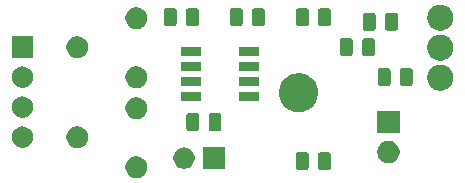
<source format=gbr>
G04 #@! TF.GenerationSoftware,KiCad,Pcbnew,5.1.5-52549c5~86~ubuntu16.04.1*
G04 #@! TF.CreationDate,2020-11-24T12:51:21+05:30*
G04 #@! TF.ProjectId,IR_Sensor_Module_555_V1.0,49525f53-656e-4736-9f72-5f4d6f64756c,V1.0*
G04 #@! TF.SameCoordinates,Original*
G04 #@! TF.FileFunction,Soldermask,Top*
G04 #@! TF.FilePolarity,Negative*
%FSLAX46Y46*%
G04 Gerber Fmt 4.6, Leading zero omitted, Abs format (unit mm)*
G04 Created by KiCad (PCBNEW 5.1.5-52549c5~86~ubuntu16.04.1) date 2020-11-24 12:51:21*
%MOMM*%
%LPD*%
G04 APERTURE LIST*
%ADD10C,0.100000*%
G04 APERTURE END LIST*
D10*
G36*
X112030104Y-113409585D02*
G01*
X112198626Y-113479389D01*
X112350291Y-113580728D01*
X112479272Y-113709709D01*
X112580611Y-113861374D01*
X112650415Y-114029896D01*
X112686000Y-114208797D01*
X112686000Y-114391203D01*
X112650415Y-114570104D01*
X112580611Y-114738626D01*
X112479272Y-114890291D01*
X112350291Y-115019272D01*
X112198626Y-115120611D01*
X112030104Y-115190415D01*
X111851203Y-115226000D01*
X111668797Y-115226000D01*
X111489896Y-115190415D01*
X111321374Y-115120611D01*
X111169709Y-115019272D01*
X111040728Y-114890291D01*
X110939389Y-114738626D01*
X110869585Y-114570104D01*
X110834000Y-114391203D01*
X110834000Y-114208797D01*
X110869585Y-114029896D01*
X110939389Y-113861374D01*
X111040728Y-113709709D01*
X111169709Y-113580728D01*
X111321374Y-113479389D01*
X111489896Y-113409585D01*
X111668797Y-113374000D01*
X111851203Y-113374000D01*
X112030104Y-113409585D01*
G37*
G36*
X128055468Y-113045565D02*
G01*
X128094138Y-113057296D01*
X128129777Y-113076346D01*
X128161017Y-113101983D01*
X128186654Y-113133223D01*
X128205704Y-113168862D01*
X128217435Y-113207532D01*
X128222000Y-113253888D01*
X128222000Y-114330112D01*
X128217435Y-114376468D01*
X128205704Y-114415138D01*
X128186654Y-114450777D01*
X128161017Y-114482017D01*
X128129777Y-114507654D01*
X128094138Y-114526704D01*
X128055468Y-114538435D01*
X128009112Y-114543000D01*
X127357888Y-114543000D01*
X127311532Y-114538435D01*
X127272862Y-114526704D01*
X127237223Y-114507654D01*
X127205983Y-114482017D01*
X127180346Y-114450777D01*
X127161296Y-114415138D01*
X127149565Y-114376468D01*
X127145000Y-114330112D01*
X127145000Y-113253888D01*
X127149565Y-113207532D01*
X127161296Y-113168862D01*
X127180346Y-113133223D01*
X127205983Y-113101983D01*
X127237223Y-113076346D01*
X127272862Y-113057296D01*
X127311532Y-113045565D01*
X127357888Y-113041000D01*
X128009112Y-113041000D01*
X128055468Y-113045565D01*
G37*
G36*
X126180468Y-113045565D02*
G01*
X126219138Y-113057296D01*
X126254777Y-113076346D01*
X126286017Y-113101983D01*
X126311654Y-113133223D01*
X126330704Y-113168862D01*
X126342435Y-113207532D01*
X126347000Y-113253888D01*
X126347000Y-114330112D01*
X126342435Y-114376468D01*
X126330704Y-114415138D01*
X126311654Y-114450777D01*
X126286017Y-114482017D01*
X126254777Y-114507654D01*
X126219138Y-114526704D01*
X126180468Y-114538435D01*
X126134112Y-114543000D01*
X125482888Y-114543000D01*
X125436532Y-114538435D01*
X125397862Y-114526704D01*
X125362223Y-114507654D01*
X125330983Y-114482017D01*
X125305346Y-114450777D01*
X125286296Y-114415138D01*
X125274565Y-114376468D01*
X125270000Y-114330112D01*
X125270000Y-113253888D01*
X125274565Y-113207532D01*
X125286296Y-113168862D01*
X125305346Y-113133223D01*
X125330983Y-113101983D01*
X125362223Y-113076346D01*
X125397862Y-113057296D01*
X125436532Y-113045565D01*
X125482888Y-113041000D01*
X126134112Y-113041000D01*
X126180468Y-113045565D01*
G37*
G36*
X115910103Y-112641927D02*
G01*
X116059403Y-112671624D01*
X116223375Y-112739544D01*
X116370945Y-112838147D01*
X116496444Y-112963646D01*
X116595047Y-113111216D01*
X116662967Y-113275188D01*
X116697591Y-113449259D01*
X116697591Y-113626741D01*
X116662967Y-113800812D01*
X116595047Y-113964784D01*
X116496444Y-114112354D01*
X116370945Y-114237853D01*
X116223375Y-114336456D01*
X116059403Y-114404376D01*
X115910103Y-114434073D01*
X115885333Y-114439000D01*
X115707849Y-114439000D01*
X115683079Y-114434073D01*
X115533779Y-114404376D01*
X115369807Y-114336456D01*
X115222237Y-114237853D01*
X115096738Y-114112354D01*
X114998135Y-113964784D01*
X114930215Y-113800812D01*
X114895591Y-113626741D01*
X114895591Y-113449259D01*
X114930215Y-113275188D01*
X114998135Y-113111216D01*
X115096738Y-112963646D01*
X115222237Y-112838147D01*
X115369807Y-112739544D01*
X115533779Y-112671624D01*
X115683079Y-112641927D01*
X115707849Y-112637000D01*
X115885333Y-112637000D01*
X115910103Y-112641927D01*
G37*
G36*
X119237591Y-114439000D02*
G01*
X117435591Y-114439000D01*
X117435591Y-112637000D01*
X119237591Y-112637000D01*
X119237591Y-114439000D01*
G37*
G36*
X133373395Y-112115546D02*
G01*
X133546466Y-112187234D01*
X133563515Y-112198626D01*
X133702227Y-112291310D01*
X133834690Y-112423773D01*
X133834691Y-112423775D01*
X133938766Y-112579534D01*
X134010454Y-112752605D01*
X134047000Y-112936333D01*
X134047000Y-113123667D01*
X134010454Y-113307395D01*
X133938766Y-113480466D01*
X133938765Y-113480467D01*
X133834690Y-113636227D01*
X133702227Y-113768690D01*
X133654154Y-113800811D01*
X133546466Y-113872766D01*
X133373395Y-113944454D01*
X133189667Y-113981000D01*
X133002333Y-113981000D01*
X132818605Y-113944454D01*
X132645534Y-113872766D01*
X132537846Y-113800811D01*
X132489773Y-113768690D01*
X132357310Y-113636227D01*
X132253235Y-113480467D01*
X132253234Y-113480466D01*
X132181546Y-113307395D01*
X132145000Y-113123667D01*
X132145000Y-112936333D01*
X132181546Y-112752605D01*
X132253234Y-112579534D01*
X132357309Y-112423775D01*
X132357310Y-112423773D01*
X132489773Y-112291310D01*
X132628485Y-112198626D01*
X132645534Y-112187234D01*
X132818605Y-112115546D01*
X133002333Y-112079000D01*
X133189667Y-112079000D01*
X133373395Y-112115546D01*
G37*
G36*
X107030104Y-110869585D02*
G01*
X107198626Y-110939389D01*
X107350291Y-111040728D01*
X107479272Y-111169709D01*
X107580611Y-111321374D01*
X107650415Y-111489896D01*
X107686000Y-111668797D01*
X107686000Y-111851203D01*
X107650415Y-112030104D01*
X107580611Y-112198626D01*
X107479272Y-112350291D01*
X107350291Y-112479272D01*
X107198626Y-112580611D01*
X107030104Y-112650415D01*
X106851203Y-112686000D01*
X106668797Y-112686000D01*
X106489896Y-112650415D01*
X106321374Y-112580611D01*
X106169709Y-112479272D01*
X106040728Y-112350291D01*
X105939389Y-112198626D01*
X105869585Y-112030104D01*
X105834000Y-111851203D01*
X105834000Y-111668797D01*
X105869585Y-111489896D01*
X105939389Y-111321374D01*
X106040728Y-111169709D01*
X106169709Y-111040728D01*
X106321374Y-110939389D01*
X106489896Y-110869585D01*
X106668797Y-110834000D01*
X106851203Y-110834000D01*
X107030104Y-110869585D01*
G37*
G36*
X102221512Y-110863927D02*
G01*
X102370812Y-110893624D01*
X102534784Y-110961544D01*
X102682354Y-111060147D01*
X102807853Y-111185646D01*
X102906456Y-111333216D01*
X102974376Y-111497188D01*
X103009000Y-111671259D01*
X103009000Y-111848741D01*
X102974376Y-112022812D01*
X102906456Y-112186784D01*
X102807853Y-112334354D01*
X102682354Y-112459853D01*
X102534784Y-112558456D01*
X102370812Y-112626376D01*
X102221512Y-112656073D01*
X102196742Y-112661000D01*
X102019258Y-112661000D01*
X101994488Y-112656073D01*
X101845188Y-112626376D01*
X101681216Y-112558456D01*
X101533646Y-112459853D01*
X101408147Y-112334354D01*
X101309544Y-112186784D01*
X101241624Y-112022812D01*
X101207000Y-111848741D01*
X101207000Y-111671259D01*
X101241624Y-111497188D01*
X101309544Y-111333216D01*
X101408147Y-111185646D01*
X101533646Y-111060147D01*
X101681216Y-110961544D01*
X101845188Y-110893624D01*
X101994488Y-110863927D01*
X102019258Y-110859000D01*
X102196742Y-110859000D01*
X102221512Y-110863927D01*
G37*
G36*
X134047000Y-111441000D02*
G01*
X132145000Y-111441000D01*
X132145000Y-109539000D01*
X134047000Y-109539000D01*
X134047000Y-111441000D01*
G37*
G36*
X116915203Y-109743565D02*
G01*
X116953873Y-109755296D01*
X116989512Y-109774346D01*
X117020752Y-109799983D01*
X117046389Y-109831223D01*
X117065439Y-109866862D01*
X117077170Y-109905532D01*
X117081735Y-109951888D01*
X117081735Y-111028112D01*
X117077170Y-111074468D01*
X117065439Y-111113138D01*
X117046389Y-111148777D01*
X117020752Y-111180017D01*
X116989512Y-111205654D01*
X116953873Y-111224704D01*
X116915203Y-111236435D01*
X116868847Y-111241000D01*
X116217623Y-111241000D01*
X116171267Y-111236435D01*
X116132597Y-111224704D01*
X116096958Y-111205654D01*
X116065718Y-111180017D01*
X116040081Y-111148777D01*
X116021031Y-111113138D01*
X116009300Y-111074468D01*
X116004735Y-111028112D01*
X116004735Y-109951888D01*
X116009300Y-109905532D01*
X116021031Y-109866862D01*
X116040081Y-109831223D01*
X116065718Y-109799983D01*
X116096958Y-109774346D01*
X116132597Y-109755296D01*
X116171267Y-109743565D01*
X116217623Y-109739000D01*
X116868847Y-109739000D01*
X116915203Y-109743565D01*
G37*
G36*
X118790203Y-109743565D02*
G01*
X118828873Y-109755296D01*
X118864512Y-109774346D01*
X118895752Y-109799983D01*
X118921389Y-109831223D01*
X118940439Y-109866862D01*
X118952170Y-109905532D01*
X118956735Y-109951888D01*
X118956735Y-111028112D01*
X118952170Y-111074468D01*
X118940439Y-111113138D01*
X118921389Y-111148777D01*
X118895752Y-111180017D01*
X118864512Y-111205654D01*
X118828873Y-111224704D01*
X118790203Y-111236435D01*
X118743847Y-111241000D01*
X118092623Y-111241000D01*
X118046267Y-111236435D01*
X118007597Y-111224704D01*
X117971958Y-111205654D01*
X117940718Y-111180017D01*
X117915081Y-111148777D01*
X117896031Y-111113138D01*
X117884300Y-111074468D01*
X117879735Y-111028112D01*
X117879735Y-109951888D01*
X117884300Y-109905532D01*
X117896031Y-109866862D01*
X117915081Y-109831223D01*
X117940718Y-109799983D01*
X117971958Y-109774346D01*
X118007597Y-109755296D01*
X118046267Y-109743565D01*
X118092623Y-109739000D01*
X118743847Y-109739000D01*
X118790203Y-109743565D01*
G37*
G36*
X112030104Y-108409585D02*
G01*
X112198626Y-108479389D01*
X112350291Y-108580728D01*
X112479272Y-108709709D01*
X112580611Y-108861374D01*
X112650415Y-109029896D01*
X112686000Y-109208797D01*
X112686000Y-109391203D01*
X112650415Y-109570104D01*
X112580611Y-109738626D01*
X112479272Y-109890291D01*
X112350291Y-110019272D01*
X112198626Y-110120611D01*
X112030104Y-110190415D01*
X111851203Y-110226000D01*
X111668797Y-110226000D01*
X111489896Y-110190415D01*
X111321374Y-110120611D01*
X111169709Y-110019272D01*
X111040728Y-109890291D01*
X110939389Y-109738626D01*
X110869585Y-109570104D01*
X110834000Y-109391203D01*
X110834000Y-109208797D01*
X110869585Y-109029896D01*
X110939389Y-108861374D01*
X111040728Y-108709709D01*
X111169709Y-108580728D01*
X111321374Y-108479389D01*
X111489896Y-108409585D01*
X111668797Y-108374000D01*
X111851203Y-108374000D01*
X112030104Y-108409585D01*
G37*
G36*
X102221512Y-108323927D02*
G01*
X102370812Y-108353624D01*
X102534784Y-108421544D01*
X102682354Y-108520147D01*
X102807853Y-108645646D01*
X102906456Y-108793216D01*
X102974376Y-108957188D01*
X103009000Y-109131259D01*
X103009000Y-109308741D01*
X102974376Y-109482812D01*
X102906456Y-109646784D01*
X102807853Y-109794354D01*
X102682354Y-109919853D01*
X102534784Y-110018456D01*
X102370812Y-110086376D01*
X102221512Y-110116073D01*
X102196742Y-110121000D01*
X102019258Y-110121000D01*
X101994488Y-110116073D01*
X101845188Y-110086376D01*
X101681216Y-110018456D01*
X101533646Y-109919853D01*
X101408147Y-109794354D01*
X101309544Y-109646784D01*
X101241624Y-109482812D01*
X101207000Y-109308741D01*
X101207000Y-109131259D01*
X101241624Y-108957188D01*
X101309544Y-108793216D01*
X101408147Y-108645646D01*
X101533646Y-108520147D01*
X101681216Y-108421544D01*
X101845188Y-108353624D01*
X101994488Y-108323927D01*
X102019258Y-108319000D01*
X102196742Y-108319000D01*
X102221512Y-108323927D01*
G37*
G36*
X125875256Y-106391298D02*
G01*
X125981579Y-106412447D01*
X126282042Y-106536903D01*
X126552451Y-106717585D01*
X126782415Y-106947549D01*
X126963097Y-107217958D01*
X127087553Y-107518421D01*
X127108702Y-107624744D01*
X127147741Y-107821003D01*
X127151000Y-107837391D01*
X127151000Y-108162609D01*
X127087553Y-108481579D01*
X126963097Y-108782042D01*
X126782415Y-109052451D01*
X126552451Y-109282415D01*
X126282042Y-109463097D01*
X125981579Y-109587553D01*
X125875256Y-109608702D01*
X125662611Y-109651000D01*
X125337389Y-109651000D01*
X125124744Y-109608702D01*
X125018421Y-109587553D01*
X124717958Y-109463097D01*
X124447549Y-109282415D01*
X124217585Y-109052451D01*
X124036903Y-108782042D01*
X123912447Y-108481579D01*
X123849000Y-108162609D01*
X123849000Y-107837391D01*
X123852260Y-107821003D01*
X123891298Y-107624744D01*
X123912447Y-107518421D01*
X124036903Y-107217958D01*
X124217585Y-106947549D01*
X124447549Y-106717585D01*
X124717958Y-106536903D01*
X125018421Y-106412447D01*
X125124744Y-106391298D01*
X125337389Y-106349000D01*
X125662611Y-106349000D01*
X125875256Y-106391298D01*
G37*
G36*
X122188000Y-108732000D02*
G01*
X120486000Y-108732000D01*
X120486000Y-107930000D01*
X122188000Y-107930000D01*
X122188000Y-108732000D01*
G37*
G36*
X117258000Y-108732000D02*
G01*
X115556000Y-108732000D01*
X115556000Y-107930000D01*
X117258000Y-107930000D01*
X117258000Y-108732000D01*
G37*
G36*
X137714201Y-105640159D02*
G01*
X137820556Y-105661314D01*
X138020926Y-105744310D01*
X138201250Y-105864798D01*
X138354611Y-106018159D01*
X138475099Y-106198483D01*
X138475099Y-106198484D01*
X138558095Y-106398853D01*
X138560292Y-106409897D01*
X138595878Y-106588797D01*
X138600406Y-106611564D01*
X138600406Y-106828442D01*
X138558095Y-107041153D01*
X138526005Y-107118625D01*
X138475099Y-107241523D01*
X138354611Y-107421847D01*
X138201250Y-107575208D01*
X138020926Y-107695696D01*
X137820556Y-107778692D01*
X137714201Y-107799847D01*
X137607846Y-107821003D01*
X137390966Y-107821003D01*
X137284611Y-107799847D01*
X137178256Y-107778692D01*
X137078072Y-107737194D01*
X136977886Y-107695696D01*
X136797562Y-107575208D01*
X136644201Y-107421847D01*
X136523713Y-107241523D01*
X136472807Y-107118625D01*
X136440717Y-107041153D01*
X136398406Y-106828442D01*
X136398406Y-106611564D01*
X136402935Y-106588797D01*
X136438520Y-106409897D01*
X136440717Y-106398853D01*
X136523713Y-106198484D01*
X136523713Y-106198483D01*
X136644201Y-106018159D01*
X136797562Y-105864798D01*
X136977886Y-105744310D01*
X137078072Y-105702812D01*
X137178256Y-105661314D01*
X137284612Y-105640158D01*
X137390966Y-105619003D01*
X137607846Y-105619003D01*
X137714201Y-105640159D01*
G37*
G36*
X112030104Y-105789585D02*
G01*
X112198626Y-105859389D01*
X112350291Y-105960728D01*
X112479272Y-106089709D01*
X112580611Y-106241374D01*
X112650415Y-106409896D01*
X112686000Y-106588797D01*
X112686000Y-106771203D01*
X112650415Y-106950104D01*
X112580611Y-107118626D01*
X112479272Y-107270291D01*
X112350291Y-107399272D01*
X112198626Y-107500611D01*
X112030104Y-107570415D01*
X111851203Y-107606000D01*
X111668797Y-107606000D01*
X111489896Y-107570415D01*
X111321374Y-107500611D01*
X111169709Y-107399272D01*
X111040728Y-107270291D01*
X110939389Y-107118626D01*
X110869585Y-106950104D01*
X110834000Y-106771203D01*
X110834000Y-106588797D01*
X110869585Y-106409896D01*
X110939389Y-106241374D01*
X111040728Y-106089709D01*
X111169709Y-105960728D01*
X111321374Y-105859389D01*
X111489896Y-105789585D01*
X111668797Y-105754000D01*
X111851203Y-105754000D01*
X112030104Y-105789585D01*
G37*
G36*
X102221512Y-105783927D02*
G01*
X102370812Y-105813624D01*
X102534784Y-105881544D01*
X102682354Y-105980147D01*
X102807853Y-106105646D01*
X102906456Y-106253216D01*
X102974376Y-106417188D01*
X103009000Y-106591259D01*
X103009000Y-106768741D01*
X102974376Y-106942812D01*
X102906456Y-107106784D01*
X102807853Y-107254354D01*
X102682354Y-107379853D01*
X102534784Y-107478456D01*
X102370812Y-107546376D01*
X102225875Y-107575205D01*
X102196742Y-107581000D01*
X102019258Y-107581000D01*
X101990125Y-107575205D01*
X101845188Y-107546376D01*
X101681216Y-107478456D01*
X101533646Y-107379853D01*
X101408147Y-107254354D01*
X101309544Y-107106784D01*
X101241624Y-106942812D01*
X101207000Y-106768741D01*
X101207000Y-106591259D01*
X101241624Y-106417188D01*
X101309544Y-106253216D01*
X101408147Y-106105646D01*
X101533646Y-105980147D01*
X101681216Y-105881544D01*
X101845188Y-105813624D01*
X101994488Y-105783927D01*
X102019258Y-105779000D01*
X102196742Y-105779000D01*
X102221512Y-105783927D01*
G37*
G36*
X122188000Y-107462000D02*
G01*
X120486000Y-107462000D01*
X120486000Y-106660000D01*
X122188000Y-106660000D01*
X122188000Y-107462000D01*
G37*
G36*
X117258000Y-107462000D02*
G01*
X115556000Y-107462000D01*
X115556000Y-106660000D01*
X117258000Y-106660000D01*
X117258000Y-107462000D01*
G37*
G36*
X134991968Y-105933565D02*
G01*
X135030638Y-105945296D01*
X135066277Y-105964346D01*
X135097517Y-105989983D01*
X135123154Y-106021223D01*
X135142204Y-106056862D01*
X135153935Y-106095532D01*
X135158500Y-106141888D01*
X135158500Y-107218112D01*
X135153935Y-107264468D01*
X135142204Y-107303138D01*
X135123154Y-107338777D01*
X135097517Y-107370017D01*
X135066277Y-107395654D01*
X135030638Y-107414704D01*
X134991968Y-107426435D01*
X134945612Y-107431000D01*
X134294388Y-107431000D01*
X134248032Y-107426435D01*
X134209362Y-107414704D01*
X134173723Y-107395654D01*
X134142483Y-107370017D01*
X134116846Y-107338777D01*
X134097796Y-107303138D01*
X134086065Y-107264468D01*
X134081500Y-107218112D01*
X134081500Y-106141888D01*
X134086065Y-106095532D01*
X134097796Y-106056862D01*
X134116846Y-106021223D01*
X134142483Y-105989983D01*
X134173723Y-105964346D01*
X134209362Y-105945296D01*
X134248032Y-105933565D01*
X134294388Y-105929000D01*
X134945612Y-105929000D01*
X134991968Y-105933565D01*
G37*
G36*
X133116968Y-105933565D02*
G01*
X133155638Y-105945296D01*
X133191277Y-105964346D01*
X133222517Y-105989983D01*
X133248154Y-106021223D01*
X133267204Y-106056862D01*
X133278935Y-106095532D01*
X133283500Y-106141888D01*
X133283500Y-107218112D01*
X133278935Y-107264468D01*
X133267204Y-107303138D01*
X133248154Y-107338777D01*
X133222517Y-107370017D01*
X133191277Y-107395654D01*
X133155638Y-107414704D01*
X133116968Y-107426435D01*
X133070612Y-107431000D01*
X132419388Y-107431000D01*
X132373032Y-107426435D01*
X132334362Y-107414704D01*
X132298723Y-107395654D01*
X132267483Y-107370017D01*
X132241846Y-107338777D01*
X132222796Y-107303138D01*
X132211065Y-107264468D01*
X132206500Y-107218112D01*
X132206500Y-106141888D01*
X132211065Y-106095532D01*
X132222796Y-106056862D01*
X132241846Y-106021223D01*
X132267483Y-105989983D01*
X132298723Y-105964346D01*
X132334362Y-105945296D01*
X132373032Y-105933565D01*
X132419388Y-105929000D01*
X133070612Y-105929000D01*
X133116968Y-105933565D01*
G37*
G36*
X117258000Y-106192000D02*
G01*
X115556000Y-106192000D01*
X115556000Y-105390000D01*
X117258000Y-105390000D01*
X117258000Y-106192000D01*
G37*
G36*
X122188000Y-106192000D02*
G01*
X120486000Y-106192000D01*
X120486000Y-105390000D01*
X122188000Y-105390000D01*
X122188000Y-106192000D01*
G37*
G36*
X137714200Y-103100158D02*
G01*
X137820556Y-103121314D01*
X138020926Y-103204310D01*
X138201250Y-103324798D01*
X138354611Y-103478159D01*
X138475099Y-103658483D01*
X138475099Y-103658484D01*
X138558095Y-103858853D01*
X138560292Y-103869897D01*
X138600406Y-104071563D01*
X138600406Y-104288443D01*
X138558095Y-104501152D01*
X138475099Y-104701523D01*
X138354611Y-104881847D01*
X138201250Y-105035208D01*
X138020926Y-105155696D01*
X137820556Y-105238692D01*
X137714200Y-105259848D01*
X137607846Y-105281003D01*
X137390966Y-105281003D01*
X137284612Y-105259848D01*
X137178256Y-105238692D01*
X136977886Y-105155696D01*
X136797562Y-105035208D01*
X136644201Y-104881847D01*
X136523713Y-104701523D01*
X136440717Y-104501152D01*
X136398406Y-104288443D01*
X136398406Y-104071563D01*
X136438520Y-103869897D01*
X136440717Y-103858853D01*
X136523713Y-103658484D01*
X136523713Y-103658483D01*
X136644201Y-103478159D01*
X136797562Y-103324798D01*
X136977886Y-103204310D01*
X137078072Y-103162812D01*
X137178256Y-103121314D01*
X137284611Y-103100159D01*
X137390966Y-103079003D01*
X137607846Y-103079003D01*
X137714200Y-103100158D01*
G37*
G36*
X107030104Y-103249585D02*
G01*
X107198626Y-103319389D01*
X107350291Y-103420728D01*
X107479272Y-103549709D01*
X107580611Y-103701374D01*
X107650415Y-103869896D01*
X107686000Y-104048797D01*
X107686000Y-104231203D01*
X107650415Y-104410104D01*
X107580611Y-104578626D01*
X107479272Y-104730291D01*
X107350291Y-104859272D01*
X107198626Y-104960611D01*
X107030104Y-105030415D01*
X106851203Y-105066000D01*
X106668797Y-105066000D01*
X106489896Y-105030415D01*
X106321374Y-104960611D01*
X106169709Y-104859272D01*
X106040728Y-104730291D01*
X105939389Y-104578626D01*
X105869585Y-104410104D01*
X105834000Y-104231203D01*
X105834000Y-104048797D01*
X105869585Y-103869896D01*
X105939389Y-103701374D01*
X106040728Y-103549709D01*
X106169709Y-103420728D01*
X106321374Y-103319389D01*
X106489896Y-103249585D01*
X106668797Y-103214000D01*
X106851203Y-103214000D01*
X107030104Y-103249585D01*
G37*
G36*
X103009000Y-105041000D02*
G01*
X101207000Y-105041000D01*
X101207000Y-103239000D01*
X103009000Y-103239000D01*
X103009000Y-105041000D01*
G37*
G36*
X122188000Y-104922000D02*
G01*
X120486000Y-104922000D01*
X120486000Y-104120000D01*
X122188000Y-104120000D01*
X122188000Y-104922000D01*
G37*
G36*
X117258000Y-104922000D02*
G01*
X115556000Y-104922000D01*
X115556000Y-104120000D01*
X117258000Y-104120000D01*
X117258000Y-104922000D01*
G37*
G36*
X131786968Y-103393565D02*
G01*
X131825638Y-103405296D01*
X131861277Y-103424346D01*
X131892517Y-103449983D01*
X131918154Y-103481223D01*
X131937204Y-103516862D01*
X131948935Y-103555532D01*
X131953500Y-103601888D01*
X131953500Y-104678112D01*
X131948935Y-104724468D01*
X131937204Y-104763138D01*
X131918154Y-104798777D01*
X131892517Y-104830017D01*
X131861277Y-104855654D01*
X131825638Y-104874704D01*
X131786968Y-104886435D01*
X131740612Y-104891000D01*
X131089388Y-104891000D01*
X131043032Y-104886435D01*
X131004362Y-104874704D01*
X130968723Y-104855654D01*
X130937483Y-104830017D01*
X130911846Y-104798777D01*
X130892796Y-104763138D01*
X130881065Y-104724468D01*
X130876500Y-104678112D01*
X130876500Y-103601888D01*
X130881065Y-103555532D01*
X130892796Y-103516862D01*
X130911846Y-103481223D01*
X130937483Y-103449983D01*
X130968723Y-103424346D01*
X131004362Y-103405296D01*
X131043032Y-103393565D01*
X131089388Y-103389000D01*
X131740612Y-103389000D01*
X131786968Y-103393565D01*
G37*
G36*
X129911968Y-103393565D02*
G01*
X129950638Y-103405296D01*
X129986277Y-103424346D01*
X130017517Y-103449983D01*
X130043154Y-103481223D01*
X130062204Y-103516862D01*
X130073935Y-103555532D01*
X130078500Y-103601888D01*
X130078500Y-104678112D01*
X130073935Y-104724468D01*
X130062204Y-104763138D01*
X130043154Y-104798777D01*
X130017517Y-104830017D01*
X129986277Y-104855654D01*
X129950638Y-104874704D01*
X129911968Y-104886435D01*
X129865612Y-104891000D01*
X129214388Y-104891000D01*
X129168032Y-104886435D01*
X129129362Y-104874704D01*
X129093723Y-104855654D01*
X129062483Y-104830017D01*
X129036846Y-104798777D01*
X129017796Y-104763138D01*
X129006065Y-104724468D01*
X129001500Y-104678112D01*
X129001500Y-103601888D01*
X129006065Y-103555532D01*
X129017796Y-103516862D01*
X129036846Y-103481223D01*
X129062483Y-103449983D01*
X129093723Y-103424346D01*
X129129362Y-103405296D01*
X129168032Y-103393565D01*
X129214388Y-103389000D01*
X129865612Y-103389000D01*
X129911968Y-103393565D01*
G37*
G36*
X133730224Y-101248731D02*
G01*
X133768894Y-101260462D01*
X133804533Y-101279512D01*
X133835773Y-101305149D01*
X133861410Y-101336389D01*
X133880460Y-101372028D01*
X133892191Y-101410698D01*
X133896756Y-101457054D01*
X133896756Y-102533278D01*
X133892191Y-102579634D01*
X133880460Y-102618304D01*
X133861410Y-102653943D01*
X133835773Y-102685183D01*
X133804533Y-102710820D01*
X133768894Y-102729870D01*
X133730224Y-102741601D01*
X133683868Y-102746166D01*
X133032644Y-102746166D01*
X132986288Y-102741601D01*
X132947618Y-102729870D01*
X132911979Y-102710820D01*
X132880739Y-102685183D01*
X132855102Y-102653943D01*
X132836052Y-102618304D01*
X132824321Y-102579634D01*
X132819756Y-102533278D01*
X132819756Y-101457054D01*
X132824321Y-101410698D01*
X132836052Y-101372028D01*
X132855102Y-101336389D01*
X132880739Y-101305149D01*
X132911979Y-101279512D01*
X132947618Y-101260462D01*
X132986288Y-101248731D01*
X133032644Y-101244166D01*
X133683868Y-101244166D01*
X133730224Y-101248731D01*
G37*
G36*
X131855224Y-101248731D02*
G01*
X131893894Y-101260462D01*
X131929533Y-101279512D01*
X131960773Y-101305149D01*
X131986410Y-101336389D01*
X132005460Y-101372028D01*
X132017191Y-101410698D01*
X132021756Y-101457054D01*
X132021756Y-102533278D01*
X132017191Y-102579634D01*
X132005460Y-102618304D01*
X131986410Y-102653943D01*
X131960773Y-102685183D01*
X131929533Y-102710820D01*
X131893894Y-102729870D01*
X131855224Y-102741601D01*
X131808868Y-102746166D01*
X131157644Y-102746166D01*
X131111288Y-102741601D01*
X131072618Y-102729870D01*
X131036979Y-102710820D01*
X131005739Y-102685183D01*
X130980102Y-102653943D01*
X130961052Y-102618304D01*
X130949321Y-102579634D01*
X130944756Y-102533278D01*
X130944756Y-101457054D01*
X130949321Y-101410698D01*
X130961052Y-101372028D01*
X130980102Y-101336389D01*
X131005739Y-101305149D01*
X131036979Y-101279512D01*
X131072618Y-101260462D01*
X131111288Y-101248731D01*
X131157644Y-101244166D01*
X131808868Y-101244166D01*
X131855224Y-101248731D01*
G37*
G36*
X137714200Y-100560158D02*
G01*
X137820556Y-100581314D01*
X137920740Y-100622812D01*
X138020926Y-100664310D01*
X138201250Y-100784798D01*
X138354611Y-100938159D01*
X138475099Y-101118483D01*
X138475099Y-101118484D01*
X138558095Y-101318853D01*
X138576364Y-101410698D01*
X138600406Y-101531563D01*
X138600406Y-101748443D01*
X138558095Y-101961152D01*
X138475099Y-102161523D01*
X138354611Y-102341847D01*
X138201250Y-102495208D01*
X138020926Y-102615696D01*
X137994835Y-102626503D01*
X137820556Y-102698692D01*
X137714201Y-102719847D01*
X137607846Y-102741003D01*
X137390966Y-102741003D01*
X137284611Y-102719847D01*
X137178256Y-102698692D01*
X137003977Y-102626503D01*
X136977886Y-102615696D01*
X136797562Y-102495208D01*
X136644201Y-102341847D01*
X136523713Y-102161523D01*
X136440717Y-101961152D01*
X136398406Y-101748443D01*
X136398406Y-101531563D01*
X136422448Y-101410698D01*
X136440717Y-101318853D01*
X136523713Y-101118484D01*
X136523713Y-101118483D01*
X136644201Y-100938159D01*
X136797562Y-100784798D01*
X136977886Y-100664310D01*
X137178256Y-100581314D01*
X137284612Y-100560158D01*
X137390966Y-100539003D01*
X137607846Y-100539003D01*
X137714200Y-100560158D01*
G37*
G36*
X112030104Y-100789585D02*
G01*
X112198626Y-100859389D01*
X112350291Y-100960728D01*
X112479272Y-101089709D01*
X112580611Y-101241374D01*
X112650415Y-101409896D01*
X112686000Y-101588797D01*
X112686000Y-101771203D01*
X112650415Y-101950104D01*
X112580611Y-102118626D01*
X112479272Y-102270291D01*
X112350291Y-102399272D01*
X112198626Y-102500611D01*
X112030104Y-102570415D01*
X111851203Y-102606000D01*
X111668797Y-102606000D01*
X111489896Y-102570415D01*
X111321374Y-102500611D01*
X111169709Y-102399272D01*
X111040728Y-102270291D01*
X110939389Y-102118626D01*
X110869585Y-101950104D01*
X110834000Y-101771203D01*
X110834000Y-101588797D01*
X110869585Y-101409896D01*
X110939389Y-101241374D01*
X111040728Y-101089709D01*
X111169709Y-100960728D01*
X111321374Y-100859389D01*
X111489896Y-100789585D01*
X111668797Y-100754000D01*
X111851203Y-100754000D01*
X112030104Y-100789585D01*
G37*
G36*
X128055468Y-100860445D02*
G01*
X128094138Y-100872176D01*
X128129777Y-100891226D01*
X128161017Y-100916863D01*
X128186654Y-100948103D01*
X128205704Y-100983742D01*
X128217435Y-101022412D01*
X128222000Y-101068768D01*
X128222000Y-102144992D01*
X128217435Y-102191348D01*
X128205704Y-102230018D01*
X128186654Y-102265657D01*
X128161017Y-102296897D01*
X128129777Y-102322534D01*
X128094138Y-102341584D01*
X128055468Y-102353315D01*
X128009112Y-102357880D01*
X127357888Y-102357880D01*
X127311532Y-102353315D01*
X127272862Y-102341584D01*
X127237223Y-102322534D01*
X127205983Y-102296897D01*
X127180346Y-102265657D01*
X127161296Y-102230018D01*
X127149565Y-102191348D01*
X127145000Y-102144992D01*
X127145000Y-101068768D01*
X127149565Y-101022412D01*
X127161296Y-100983742D01*
X127180346Y-100948103D01*
X127205983Y-100916863D01*
X127237223Y-100891226D01*
X127272862Y-100872176D01*
X127311532Y-100860445D01*
X127357888Y-100855880D01*
X128009112Y-100855880D01*
X128055468Y-100860445D01*
G37*
G36*
X126180468Y-100860445D02*
G01*
X126219138Y-100872176D01*
X126254777Y-100891226D01*
X126286017Y-100916863D01*
X126311654Y-100948103D01*
X126330704Y-100983742D01*
X126342435Y-101022412D01*
X126347000Y-101068768D01*
X126347000Y-102144992D01*
X126342435Y-102191348D01*
X126330704Y-102230018D01*
X126311654Y-102265657D01*
X126286017Y-102296897D01*
X126254777Y-102322534D01*
X126219138Y-102341584D01*
X126180468Y-102353315D01*
X126134112Y-102357880D01*
X125482888Y-102357880D01*
X125436532Y-102353315D01*
X125397862Y-102341584D01*
X125362223Y-102322534D01*
X125330983Y-102296897D01*
X125305346Y-102265657D01*
X125286296Y-102230018D01*
X125274565Y-102191348D01*
X125270000Y-102144992D01*
X125270000Y-101068768D01*
X125274565Y-101022412D01*
X125286296Y-100983742D01*
X125305346Y-100948103D01*
X125330983Y-100916863D01*
X125362223Y-100891226D01*
X125397862Y-100872176D01*
X125436532Y-100860445D01*
X125482888Y-100855880D01*
X126134112Y-100855880D01*
X126180468Y-100860445D01*
G37*
G36*
X122467468Y-100853565D02*
G01*
X122506138Y-100865296D01*
X122541777Y-100884346D01*
X122573017Y-100909983D01*
X122598654Y-100941223D01*
X122617704Y-100976862D01*
X122629435Y-101015532D01*
X122634000Y-101061888D01*
X122634000Y-102138112D01*
X122629435Y-102184468D01*
X122617704Y-102223138D01*
X122598654Y-102258777D01*
X122573017Y-102290017D01*
X122541777Y-102315654D01*
X122506138Y-102334704D01*
X122467468Y-102346435D01*
X122421112Y-102351000D01*
X121769888Y-102351000D01*
X121723532Y-102346435D01*
X121684862Y-102334704D01*
X121649223Y-102315654D01*
X121617983Y-102290017D01*
X121592346Y-102258777D01*
X121573296Y-102223138D01*
X121561565Y-102184468D01*
X121557000Y-102138112D01*
X121557000Y-101061888D01*
X121561565Y-101015532D01*
X121573296Y-100976862D01*
X121592346Y-100941223D01*
X121617983Y-100909983D01*
X121649223Y-100884346D01*
X121684862Y-100865296D01*
X121723532Y-100853565D01*
X121769888Y-100849000D01*
X122421112Y-100849000D01*
X122467468Y-100853565D01*
G37*
G36*
X120592468Y-100853565D02*
G01*
X120631138Y-100865296D01*
X120666777Y-100884346D01*
X120698017Y-100909983D01*
X120723654Y-100941223D01*
X120742704Y-100976862D01*
X120754435Y-101015532D01*
X120759000Y-101061888D01*
X120759000Y-102138112D01*
X120754435Y-102184468D01*
X120742704Y-102223138D01*
X120723654Y-102258777D01*
X120698017Y-102290017D01*
X120666777Y-102315654D01*
X120631138Y-102334704D01*
X120592468Y-102346435D01*
X120546112Y-102351000D01*
X119894888Y-102351000D01*
X119848532Y-102346435D01*
X119809862Y-102334704D01*
X119774223Y-102315654D01*
X119742983Y-102290017D01*
X119717346Y-102258777D01*
X119698296Y-102223138D01*
X119686565Y-102184468D01*
X119682000Y-102138112D01*
X119682000Y-101061888D01*
X119686565Y-101015532D01*
X119698296Y-100976862D01*
X119717346Y-100941223D01*
X119742983Y-100909983D01*
X119774223Y-100884346D01*
X119809862Y-100865296D01*
X119848532Y-100853565D01*
X119894888Y-100849000D01*
X120546112Y-100849000D01*
X120592468Y-100853565D01*
G37*
G36*
X116879468Y-100853565D02*
G01*
X116918138Y-100865296D01*
X116953777Y-100884346D01*
X116985017Y-100909983D01*
X117010654Y-100941223D01*
X117029704Y-100976862D01*
X117041435Y-101015532D01*
X117046000Y-101061888D01*
X117046000Y-102138112D01*
X117041435Y-102184468D01*
X117029704Y-102223138D01*
X117010654Y-102258777D01*
X116985017Y-102290017D01*
X116953777Y-102315654D01*
X116918138Y-102334704D01*
X116879468Y-102346435D01*
X116833112Y-102351000D01*
X116181888Y-102351000D01*
X116135532Y-102346435D01*
X116096862Y-102334704D01*
X116061223Y-102315654D01*
X116029983Y-102290017D01*
X116004346Y-102258777D01*
X115985296Y-102223138D01*
X115973565Y-102184468D01*
X115969000Y-102138112D01*
X115969000Y-101061888D01*
X115973565Y-101015532D01*
X115985296Y-100976862D01*
X116004346Y-100941223D01*
X116029983Y-100909983D01*
X116061223Y-100884346D01*
X116096862Y-100865296D01*
X116135532Y-100853565D01*
X116181888Y-100849000D01*
X116833112Y-100849000D01*
X116879468Y-100853565D01*
G37*
G36*
X115004468Y-100853565D02*
G01*
X115043138Y-100865296D01*
X115078777Y-100884346D01*
X115110017Y-100909983D01*
X115135654Y-100941223D01*
X115154704Y-100976862D01*
X115166435Y-101015532D01*
X115171000Y-101061888D01*
X115171000Y-102138112D01*
X115166435Y-102184468D01*
X115154704Y-102223138D01*
X115135654Y-102258777D01*
X115110017Y-102290017D01*
X115078777Y-102315654D01*
X115043138Y-102334704D01*
X115004468Y-102346435D01*
X114958112Y-102351000D01*
X114306888Y-102351000D01*
X114260532Y-102346435D01*
X114221862Y-102334704D01*
X114186223Y-102315654D01*
X114154983Y-102290017D01*
X114129346Y-102258777D01*
X114110296Y-102223138D01*
X114098565Y-102184468D01*
X114094000Y-102138112D01*
X114094000Y-101061888D01*
X114098565Y-101015532D01*
X114110296Y-100976862D01*
X114129346Y-100941223D01*
X114154983Y-100909983D01*
X114186223Y-100884346D01*
X114221862Y-100865296D01*
X114260532Y-100853565D01*
X114306888Y-100849000D01*
X114958112Y-100849000D01*
X115004468Y-100853565D01*
G37*
M02*

</source>
